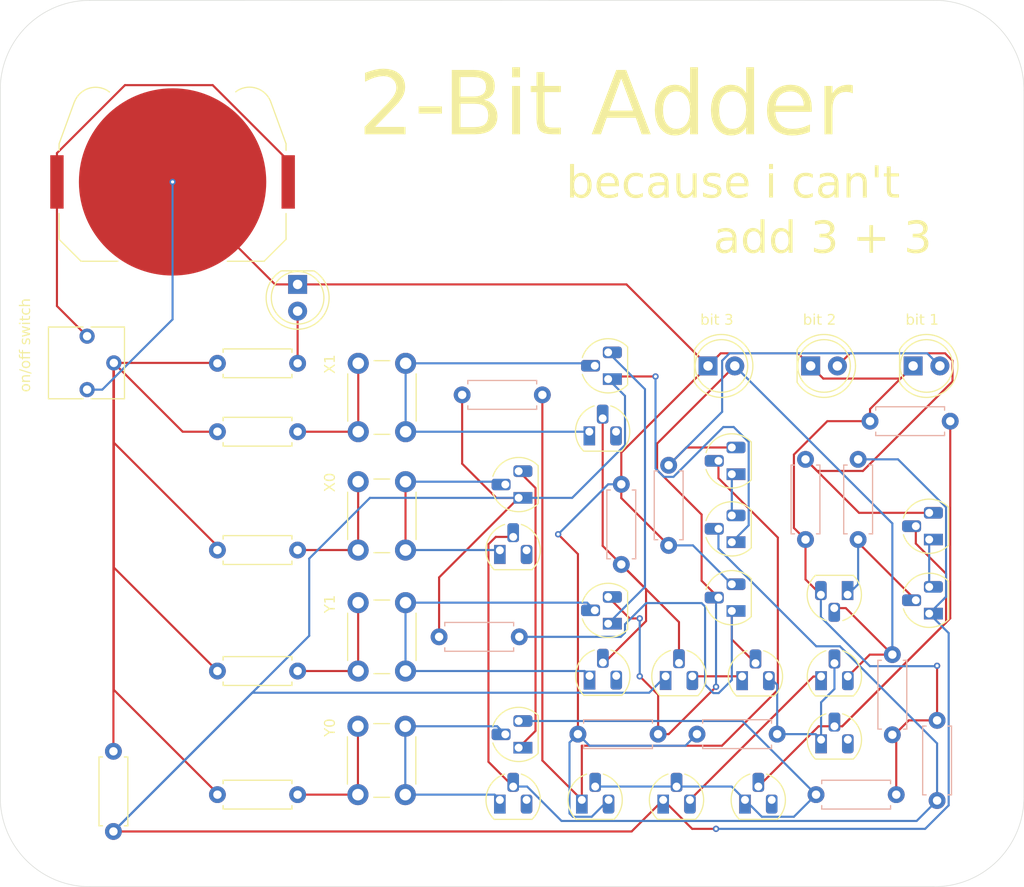
<source format=kicad_pcb>
(kicad_pcb (version 20241229) (generator "pcbnew") (generator_version "9.0")
  (layers (0 "F.Cu" signal) (2 "B.Cu" signal) (13 "F.Paste" user) (15 "B.Paste" user) (5 "F.SilkS" user "F.Silkscreen") (7 "B.SilkS" user "B.Silkscreen") (1 "F.Mask" user) (3 "B.Mask" user) (25 "Edge.Cuts" user))
  (net 0 "")
  (net 1 "Net-(BT1-+)")
  (net 2 "GND")
  (net 3 "Net-(D1-A)")
  (net 4 "VCC")
  (net 5 "AND5")
  (net 6 "AND6")
  (net 7 "AND1")
  (net 8 "AND1_A")
  (net 9 "Net-(Q1-E)")
  (net 10 "AND1_B")
  (net 11 "Net-(Q3-E)")
  (net 12 "AND2_A")
  (net 13 "AND2")
  (net 14 "AND2_B")
  (net 15 "Net-(Q5-E)")
  (net 16 "AND3_A")
  (net 17 "AND3")
  (net 18 "AND3_B")
  (net 19 "Net-(Q7-E)")
  (net 20 "AND5_A")
  (net 21 "Net-(Q10-C)")
  (net 22 "AND5_B")
  (net 23 "AND6_A")
  (net 24 "Net-(Q11-E)")
  (net 25 "AND6_B")
  (net 32 "Net-(R1-Pad2)")
  (net 33 "Net-(R1-Pad1)")
  (net 34 "Net-(R2-Pad2)")
  (net 35 "Net-(R3-Pad2)")
  (net 36 "Net-(R4-Pad2)")
  (footprint "Package_TO_SOT_THT:TO-92L_HandSolder" (layer "F.Cu") (at 107.73 146.21)
    (property "Reference" "Q17" (hide yes))
    (property "Value" "PNP")
    (pad "1" thru_hole rect (at 0 0) (size 1.1 1.8) (drill 0.75 (offset 0 0.4)) (layers "*.Cu" "*.Mask") (net 10 "AND1_B"))
    (pad "2" thru_hole roundrect (at 1.27 -1.27) (size 1.1 1.8) (drill 0.75 (offset 0 -0.4)) (layers "*.Cu" "*.Mask") (net 16 "AND3_A"))
    (pad "3" thru_hole roundrect (at 2.54 0) (size 1.1 1.8) (drill 0.75 (offset 0 0.4)) (layers "*.Cu" "*.Mask"))
  )
  (footprint "LED_THT:LED_D5.0mm" (layer "F.Cu") (at 138.475 116.75)
    (property "Reference" "D2" (hide yes))
    (property "Value" "LED")
    (pad "1" thru_hole rect (at 0 0) (size 1.8 1.8) (drill 0.9) (layers "*.Cu" "*.Mask") (net 2 "GND"))
    (pad "2" thru_hole circle (at 2.54 0) (size 1.8 1.8) (drill 0.9) (layers "*.Cu" "*.Mask") (net 5 "AND5"))
  )
  (footprint "Potentiometer_THT:Potentiometer_Vishay_T73YP_Vertical" (layer "F.Cu") (at 60 119)
    (property "Reference" "RV1" (hide yes))
    (property "Value" "R_Potentiometer")
    (pad "1" thru_hole circle (at 0 0) (size 1.44 1.44) (drill 0.8) (layers "*.Cu" "*.Mask") (net 2 "GND"))
    (pad "2" thru_hole circle (at 2.54 -2.54) (size 1.44 1.44) (drill 0.8) (layers "*.Cu" "*.Mask") (net 33 "Net-(R1-Pad1)"))
    (pad "3" thru_hole circle (at 0 -5.08) (size 1.44 1.44) (drill 0.8) (layers "*.Cu" "*.Mask") (net 1 "Net-(BT1-+)"))
  )
  (footprint "Resistor_THT:R_Axial_DIN0207_L6.3mm_D2.5mm_P7.62mm_Horizontal" (layer "F.Cu") (at 72.38 134.25)
    (property "Reference" "R2" (hide yes))
    (property "Value" "R")
    (pad "1" thru_hole circle (at 0 0) (size 1.6 1.6) (drill 0.8) (layers "*.Cu" "*.Mask") (net 33 "Net-(R1-Pad1)"))
    (pad "2" thru_hole circle (at 7.62 0) (size 1.6 1.6) (drill 0.8) (layers "*.Cu" "*.Mask") (net 34 "Net-(R2-Pad2)"))
  )
  (footprint "Resistor_THT:R_Axial_DIN0207_L6.3mm_D2.5mm_P7.62mm_Horizontal" (layer "F.Cu") (at 62.5 161 90)
    (property "Reference" "R18" (hide yes))
    (property "Value" "R")
    (pad "1" thru_hole circle (at 0 0 90) (size 1.6 1.6) (drill 0.8) (layers "*.Cu" "*.Mask") (net 4 "VCC"))
    (pad "2" thru_hole circle (at 7.62 0 90) (size 1.6 1.6) (drill 0.8) (layers "*.Cu" "*.Mask") (net 33 "Net-(R1-Pad1)"))
  )
  (footprint "LED_THT:LED_D5.0mm" (layer "F.Cu") (at 128.74 116.75)
    (property "Reference" "D3" (hide yes))
    (property "Value" "LED")
    (pad "1" thru_hole rect (at 0 0) (size 1.8 1.8) (drill 0.9) (layers "*.Cu" "*.Mask") (net 2 "GND"))
    (pad "2" thru_hole circle (at 2.54 0) (size 1.8 1.8) (drill 0.9) (layers "*.Cu" "*.Mask") (net 6 "AND6"))
  )
  (footprint "Package_TO_SOT_THT:TO-92L_HandSolder" (layer "F.Cu") (at 99.21 158)
    (property "Reference" "Q19" (hide yes))
    (property "Value" "PNP")
    (pad "1" thru_hole rect (at 0 0) (size 1.1 1.8) (drill 0.75 (offset 0 0.4)) (layers "*.Cu" "*.Mask") (net 14 "AND2_B"))
    (pad "2" thru_hole roundrect (at 1.27 -1.27) (size 1.1 1.8) (drill 0.75 (offset 0 -0.4)) (layers "*.Cu" "*.Mask") (net 20 "AND5_A"))
    (pad "3" thru_hole roundrect (at 2.54 0) (size 1.1 1.8) (drill 0.75 (offset 0 0.4)) (layers "*.Cu" "*.Mask"))
  )
  (footprint "Package_TO_SOT_THT:TO-92L_HandSolder" (layer "F.Cu") (at 132.25 138.5 180)
    (property "Reference" "Q15" (hide yes))
    (property "Value" "NPN")
    (pad "1" thru_hole rect (at 0 0 180) (size 1.1 1.8) (drill 0.75 (offset 0 0.4)) (layers "*.Cu" "*.Mask") (net 23 "AND6_A"))
    (pad "2" thru_hole roundrect (at 1.27 -1.27 180) (size 1.1 1.8) (drill 0.75 (offset 0 -0.4)) (layers "*.Cu" "*.Mask") (net 7 "AND1"))
    (pad "3" thru_hole roundrect (at 2.54 0 180) (size 1.1 1.8) (drill 0.75 (offset 0 0.4)) (layers "*.Cu" "*.Mask") (net 2 "GND"))
  )
  (footprint "Button_Switch_THT:SW_PUSH_6mm" (layer "F.Cu") (at 85.75 145.75 90)
    (property "Reference" "SW3" (hide yes))
    (property "Value" "SW_Push")
    (pad "1" thru_hole circle (at 0 0 180) (size 2 2) (drill 1.1) (layers "*.Cu" "*.Mask") (net 35 "Net-(R3-Pad2)"))
    (pad "1" thru_hole circle (at 6.5 0 180) (size 2 2) (drill 1.1) (layers "*.Cu" "*.Mask") (net 35 "Net-(R3-Pad2)"))
    (pad "2" thru_hole circle (at 0 4.5 180) (size 2 2) (drill 1.1) (layers "*.Cu" "*.Mask") (net 10 "AND1_B"))
    (pad "2" thru_hole circle (at 6.5 4.5 180) (size 2 2) (drill 1.1) (layers "*.Cu" "*.Mask") (net 10 "AND1_B"))
  )
  (footprint "Package_TO_SOT_THT:TO-92L_HandSolder" (layer "F.Cu") (at 121.25 127.04 90)
    (property "Reference" "Q10" (hide yes))
    (property "Value" "NPN")
    (pad "1" thru_hole rect (at 0 0 90) (size 1.1 1.8) (drill 0.75 (offset 0 0.4)) (layers "*.Cu" "*.Mask") (net 21 "Net-(Q10-C)"))
    (pad "2" thru_hole roundrect (at 1.27 -1.27 90) (size 1.1 1.8) (drill 0.75 (offset 0 -0.4)) (layers "*.Cu" "*.Mask") (net 22 "AND5_B"))
    (pad "3" thru_hole roundrect (at 2.54 0 90) (size 1.1 1.8) (drill 0.75 (offset 0 0.4)) (layers "*.Cu" "*.Mask") (net 5 "AND5"))
  )
  (footprint "Button_Switch_THT:SW_PUSH_6mm" (layer "F.Cu") (at 85.75 134.25 90)
    (property "Reference" "SW2" (hide yes))
    (property "Value" "SW_Push")
    (pad "1" thru_hole circle (at 0 0 180) (size 2 2) (drill 1.1) (layers "*.Cu" "*.Mask") (net 34 "Net-(R2-Pad2)"))
    (pad "1" thru_hole circle (at 6.5 0 180) (size 2 2) (drill 1.1) (layers "*.Cu" "*.Mask") (net 34 "Net-(R2-Pad2)"))
    (pad "2" thru_hole circle (at 0 4.5 180) (size 2 2) (drill 1.1) (layers "*.Cu" "*.Mask") (net 12 "AND2_A"))
    (pad "2" thru_hole circle (at 6.5 4.5 180) (size 2 2) (drill 1.1) (layers "*.Cu" "*.Mask") (net 12 "AND2_A"))
  )
  (footprint "Button_Switch_THT:SW_PUSH_6mm" (layer "F.Cu") (at 85.76 123 90)
    (property "Reference" "SW1" (hide yes))
    (property "Value" "SW_Push")
    (pad "1" thru_hole circle (at 0 0 180) (size 2 2) (drill 1.1) (layers "*.Cu" "*.Mask") (net 32 "Net-(R1-Pad2)"))
    (pad "1" thru_hole circle (at 6.5 0 180) (size 2 2) (drill 1.1) (layers "*.Cu" "*.Mask") (net 32 "Net-(R1-Pad2)"))
    (pad "2" thru_hole circle (at 0 4.5 180) (size 2 2) (drill 1.1) (layers "*.Cu" "*.Mask") (net 8 "AND1_A"))
    (pad "2" thru_hole circle (at 6.5 4.5 180) (size 2 2) (drill 1.1) (layers "*.Cu" "*.Mask") (net 8 "AND1_A"))
  )
  (footprint "Resistor_THT:R_Axial_DIN0207_L6.3mm_D2.5mm_P7.62mm_Horizontal" (layer "F.Cu") (at 72.38 157.5)
    (property "Reference" "R4" (hide yes))
    (property "Value" "R")
    (pad "1" thru_hole circle (at 0 0) (size 1.6 1.6) (drill 0.8) (layers "*.Cu" "*.Mask") (net 33 "Net-(R1-Pad1)"))
    (pad "2" thru_hole circle (at 7.62 0) (size 1.6 1.6) (drill 0.8) (layers "*.Cu" "*.Mask") (net 36 "Net-(R4-Pad2)"))
  )
  (footprint "Package_TO_SOT_THT:TO-92L_HandSolder" (layer "F.Cu") (at 140 133.25 90)
    (property "Reference" "Q12" (hide yes))
    (property "Value" "NPN")
    (pad "1" thru_hole rect (at 0 0 90) (size 1.1 1.8) (drill 0.75 (offset 0 0.4)) (layers "*.Cu" "*.Mask") (net 24 "Net-(Q11-E)"))
    (pad "2" thru_hole roundrect (at 1.27 -1.27 90) (size 1.1 1.8) (drill 0.75 (offset 0 -0.4)) (layers "*.Cu" "*.Mask") (net 25 "AND6_B"))
    (pad "3" thru_hole roundrect (at 2.54 0 90) (size 1.1 1.8) (drill 0.75 (offset 0 0.4)) (layers "*.Cu" "*.Mask") (net 6 "AND6"))
  )
  (footprint "Package_TO_SOT_THT:TO-92L_HandSolder" (layer "F.Cu") (at 140 140.29 90)
    (property "Reference" "Q11" (hide yes))
    (property "Value" "NPN")
    (pad "1" thru_hole rect (at 0 0 90) (size 1.1 1.8) (drill 0.75 (offset 0 0.4)) (layers "*.Cu" "*.Mask") (net 4 "VCC"))
    (pad "2" thru_hole roundrect (at 1.27 -1.27 90) (size 1.1 1.8) (drill 0.75 (offset 0 -0.4)) (layers "*.Cu" "*.Mask") (net 23 "AND6_A"))
    (pad "3" thru_hole roundrect (at 2.54 0 90) (size 1.1 1.8) (drill 0.75 (offset 0 0.4)) (layers "*.Cu" "*.Mask") (net 24 "Net-(Q11-E)"))
  )
  (footprint "Resistor_THT:R_Axial_DIN0207_L6.3mm_D2.5mm_P7.62mm_Horizontal" (layer "F.Cu") (at 80 116.5 180)
    (property "Reference" "R17" (hide yes))
    (property "Value" "R")
    (pad "1" thru_hole circle (at 0 0 180) (size 1.6 1.6) (drill 0.8) (layers "*.Cu" "*.Mask") (net 3 "Net-(D1-A)"))
    (pad "2" thru_hole circle (at 7.62 0 180) (size 1.6 1.6) (drill 0.8) (layers "*.Cu" "*.Mask") (net 33 "Net-(R1-Pad1)"))
  )
  (footprint "Resistor_THT:R_Axial_DIN0207_L6.3mm_D2.5mm_P7.62mm_Horizontal" (layer "F.Cu") (at 72.38 123)
    (property "Reference" "R1" (hide yes))
    (property "Value" "R")
    (pad "1" thru_hole circle (at 0 0) (size 1.6 1.6) (drill 0.8) (layers "*.Cu" "*.Mask") (net 33 "Net-(R1-Pad1)"))
    (pad "2" thru_hole circle (at 7.62 0) (size 1.6 1.6) (drill 0.8) (layers "*.Cu" "*.Mask") (net 32 "Net-(R1-Pad2)"))
  )
  (footprint "Package_TO_SOT_THT:TO-92L_HandSolder" (layer "F.Cu") (at 101 129.29 90)
    (property "Reference" "Q3" (hide yes))
    (property "Value" "NPN")
    (pad "1" thru_hole rect (at 0 0 90) (size 1.1 1.8) (drill 0.75 (offset 0 0.4)) (layers "*.Cu" "*.Mask") (net 4 "VCC"))
    (pad "2" thru_hole roundrect (at 1.27 -1.27 90) (size 1.1 1.8) (drill 0.75 (offset 0 -0.4)) (layers "*.Cu" "*.Mask") (net 12 "AND2_A"))
    (pad "3" thru_hole roundrect (at 2.54 0 90) (size 1.1 1.8) (drill 0.75 (offset 0 0.4)) (layers "*.Cu" "*.Mask") (net 11 "Net-(Q3-E)"))
  )
  (footprint "Package_TO_SOT_THT:TO-92L_HandSolder" (layer "F.Cu") (at 109.5 118 90)
    (property "Reference" "Q1" (hide yes))
    (property "Value" "NPN")
    (pad "1" thru_hole rect (at 0 0 90) (size 1.1 1.8) (drill 0.75 (offset 0 0.4)) (layers "*.Cu" "*.Mask") (net 4 "VCC"))
    (pad "2" thru_hole roundrect (at 1.27 -1.27 90) (size 1.1 1.8) (drill 0.75 (offset 0 -0.4)) (layers "*.Cu" "*.Mask") (net 8 "AND1_A"))
    (pad "3" thru_hole roundrect (at 2.54 0 90) (size 1.1 1.8) (drill 0.75 (offset 0 0.4)) (layers "*.Cu" "*.Mask") (net 9 "Net-(Q1-E)"))
  )
  (footprint "Package_TO_SOT_THT:TO-92L_HandSolder" (layer "F.Cu") (at 114.96 146.25)
    (property "Reference" "Q5" (hide yes))
    (property "Value" "NPN")
    (pad "1" thru_hole rect (at 0 0) (size 1.1 1.8) (drill 0.75 (offset 0 0.4)) (layers "*.Cu" "*.Mask") (net 4 "VCC"))
    (pad "2" thru_hole roundrect (at 1.27 -1.27) (size 1.1 1.8) (drill 0.75 (offset 0 -0.4)) (layers "*.Cu" "*.Mask") (net 16 "AND3_A"))
    (pad "3" thru_hole roundrect (at 2.54 0) (size 1.1 1.8) (drill 0.75 (offset 0 0.4)) (layers "*.Cu" "*.Mask") (net 15 "Net-(Q5-E)"))
  )
  (footprint "Package_TO_SOT_THT:TO-92L_HandSolder" (layer "F.Cu") (at 109.5 141.25 90)
    (property "Reference" "Q2" (hide yes))
    (property "Value" "NPN")
    (pad "1" thru_hole rect (at 0 0 90) (size 1.1 1.8) (drill 0.75 (offset 0 0.4)) (layers "*.Cu" "*.Mask") (net 9 "Net-(Q1-E)"))
    (pad "2" thru_hole roundrect (at 1.27 -1.27 90) (size 1.1 1.8) (drill 0.75 (offset 0 -0.4)) (layers "*.Cu" "*.Mask") (net 10 "AND1_B"))
    (pad "3" thru_hole roundrect (at 2.54 0 90) (size 1.1 1.8) (drill 0.75 (offset 0 0.4)) (layers "*.Cu" "*.Mask") (net 7 "AND1"))
  )
  (footprint "Package_TO_SOT_THT:TO-92L_HandSolder" (layer "F.Cu") (at 121.25 133.5 90)
    (property "Reference" "Q9" (hide yes))
    (property "Value" "NPN")
    (pad "1" thru_hole rect (at 0 0 90) (size 1.1 1.8) (drill 0.75 (offset 0 0.4)) (layers "*.Cu" "*.Mask") (net 4 "VCC"))
    (pad "2" thru_hole roundrect (at 1.27 -1.27 90) (size 1.1 1.8) (drill 0.75 (offset 0 -0.4)) (layers "*.Cu" "*.Mask") (net 20 "AND5_A"))
    (pad "3" thru_hole roundrect (at 2.54 0 90) (size 1.1 1.8) (drill 0.75 (offset 0 0.4)) (layers "*.Cu" "*.Mask") (net 21 "Net-(Q10-C)"))
  )
  (footprint "LED_THT:LED_D5.0mm" (layer "F.Cu") (at 80 109 -90)
    (property "Reference" "D1" (hide yes))
    (property "Value" "LED")
    (pad "1" thru_hole rect (at 0 0 270) (size 1.8 1.8) (drill 0.9) (layers "*.Cu" "*.Mask") (net 2 "GND"))
    (pad "2" thru_hole circle (at 2.54 0 270) (size 1.8 1.8) (drill 0.9) (layers "*.Cu" "*.Mask") (net 3 "Net-(D1-A)"))
  )
  (footprint "Package_TO_SOT_THT:TO-92L_HandSolder" (layer "F.Cu") (at 107 158)
    (property "Reference" "Q14" (hide yes))
    (property "Value" "NPN")
    (pad "1" thru_hole rect (at 0 0) (size 1.1 1.8) (drill 0.75 (offset 0 0.4)) (layers "*.Cu" "*.Mask") (net 22 "AND5_B"))
    (pad "2" thru_hole roundrect (at 1.27 -1.27) (size 1.1 1.8) (drill 0.75 (offset 0 -0.4)) (layers "*.Cu" "*.Mask") (net 13 "AND2"))
    (pad "3" thru_hole roundrect (at 2.54 0) (size 1.1 1.8) (drill 0.75 (offset 0 0.4)) (layers "*.Cu" "*.Mask") (net 2 "GND"))
  )
  (footprint "Package_TO_SOT_THT:TO-92L_HandSolder" (layer "F.Cu") (at 122.5 158)
    (property "Reference" "Q20" (hide yes))
    (property "Value" "PNP")
    (pad "1" thru_hole rect (at 0 0) (size 1.1 1.8) (drill 0.75 (offset 0 0.4)) (layers "*.Cu" "*.Mask") (net 13 "AND2"))
    (pad "2" thru_hole roundrect (at 1.27 -1.27) (size 1.1 1.8) (drill 0.75 (offset 0 -0.4)) (layers "*.Cu" "*.Mask") (net 25 "AND6_B"))
    (pad "3" thru_hole roundrect (at 2.54 0) (size 1.1 1.8) (drill 0.75 (offset 0 0.4)) (layers "*.Cu" "*.Mask"))
  )
  (footprint "Package_TO_SOT_THT:TO-92L_HandSolder" (layer "F.Cu") (at 99.21 134.27)
    (property "Reference" "Q18" (hide yes))
    (property "Value" "PNP")
    (pad "1" thru_hole rect (at 0 0) (size 1.1 1.8) (drill 0.75 (offset 0 0.4)) (layers "*.Cu" "*.Mask") (net 12 "AND2_A"))
    (pad "2" thru_hole roundrect (at 1.27 -1.27) (size 1.1 1.8) (drill 0.75 (offset 0 -0.4)) (layers "*.Cu" "*.Mask") (net 20 "AND5_A"))
    (pad "3" thru_hole roundrect (at 2.54 0) (size 1.1 1.8) (drill 0.75 (offset 0 0.4)) (layers "*.Cu" "*.Mask"))
  )
  (footprint "Package_TO_SOT_THT:TO-92L_HandSolder" (layer "F.Cu") (at 101 153.04 90)
    (property "Reference" "Q4" (hide yes))
    (property "Value" "NPN")
    (pad "1" thru_hole rect (at 0 0 90) (size 1.1 1.8) (drill 0.75 (offset 0 0.4)) (layers "*.Cu" "*.Mask") (net 11 "Net-(Q3-E)"))
    (pad "2" thru_hole roundrect (at 1.27 -1.27 90) (size 1.1 1.8) (drill 0.75 (offset 0 -0.4)) (layers "*.Cu" "*.Mask") (net 14 "AND2_B"))
    (pad "3" thru_hole roundrect (at 2.54 0 90) (size 1.1 1.8) (drill 0.75 (offset 0 0.4)) (layers "*.Cu" "*.Mask") (net 13 "AND2"))
  )
  (footprint "LED_THT:LED_D5.0mm" (layer "F.Cu") (at 118.99 116.75)
    (property "Reference" "D4" (hide yes))
    (property "Value" "LED")
    (pad "1" thru_hole rect (at 0 0) (size 1.8 1.8) (drill 0.9) (layers "*.Cu" "*.Mask") (net 2 "GND"))
    (pad "2" thru_hole circle (at 2.54 0) (size 1.8 1.8) (drill 0.9) (layers "*.Cu" "*.Mask") (net 7 "AND1"))
  )
  (footprint "Package_TO_SOT_THT:TO-92L_HandSolder" (layer "F.Cu") (at 122.23 146.27)
    (property "Reference" "Q6" (hide yes))
    (property "Value" "NPN")
    (pad "1" thru_hole rect (at 0 0) (size 1.1 1.8) (drill 0.75 (offset 0 0.4)) (layers "*.Cu" "*.Mask") (net 15 "Net-(Q5-E)"))
    (pad "2" thru_hole roundrect (at 1.27 -1.27) (size 1.1 1.8) (drill 0.75 (offset 0 -0.4)) (layers "*.Cu" "*.Mask") (net 18 "AND3_B"))
    (pad "3" thru_hole roundrect (at 2.54 0) (size 1.1 1.8) (drill 0.75 (offset 0 0.4)) (layers "*.Cu" "*.Mask") (net 17 "AND3"))
  )
  (footprint "Battery:BatteryHolder_Keystone_3034_1x20mm" (layer "F.Cu") (at 68.12 99.258075 180)
    (property "Reference" "BT1" (hide yes))
    (property "Value" "Battery_Cell")
    (pad "1" smd rect (at -10.985 0 180) (size 1.27 5.08) (layers "F.Cu" "F.Mask" "F.Paste") (net 1 "Net-(BT1-+)"))
    (pad "1" smd rect (at 10.985 0 180) (size 1.27 5.08) (layers "F.Cu" "F.Mask" "F.Paste") (net 1 "Net-(BT1-+)"))
    (pad "2" smd circle (at 0 0 180) (size 17.8 17.8) (layers "F.Cu" "F.Mask") (net 2 "GND"))
  )
  (footprint "Package_TO_SOT_THT:TO-92L_HandSolder" (layer "F.Cu") (at 129.73 146.27)
    (property "Reference" "Q8" (hide yes))
    (property "Value" "NPN" (hide yes))
    (pad "1" thru_hole rect (at 0 0) (size 1.1 1.8) (drill 0.75 (offset 0 0.4)) (layers "*.Cu" "*.Mask") (net 19 "Net-(Q7-E)"))
    (pad "2" thru_hole roundrect (at 1.27 -1.27) (size 1.1 1.8) (drill 0.75 (offset 0 -0.4)) (layers "*.Cu" "*.Mask") (net 17 "AND3"))
    (pad "3" thru_hole roundrect (at 2.54 0) (size 1.1 1.8) (drill 0.75 (offset 0 0.4)) (layers "*.Cu" "*.Mask") (net 7 "AND1"))
  )
  (footprint "Resistor_THT:R_Axial_DIN0207_L6.3mm_D2.5mm_P7.62mm_Horizontal" (layer "F.Cu") (at 72.38 145.75)
    (property "Reference" "R3" (hide yes))
    (property "Value" "R")
    (pad "1" thru_hole circle (at 0 0) (size 1.6 1.6) (drill 0.8) (layers "*.Cu" "*.Mask") (net 33 "Net-(R1-Pad1)"))
    (pad "2" thru_hole circle (at 7.62 0) (size 1.6 1.6) (drill 0.8) (layers "*.Cu" "*.Mask") (net 35 "Net-(R3-Pad2)"))
  )
  (footprint "Button_Switch_THT:SW_PUSH_6mm" (layer "F.Cu") (at 85.73 157.5 90)
    (property "Reference" "SW4" (hide yes))
    (property "Value" "SW_Push")
    (pad "1" thru_hole circle (at 0 0 180) (size 2 2) (drill 1.1) (layers "*.Cu" "*.Mask") (net 36 "Net-(R4-Pad2)"))
    (pad "1" thru_hole circle (at 6.5 0 180) (size 2 2) (drill 1.1) (layers "*.Cu" "*.Mask") (net 36 "Net-(R4-Pad2)"))
    (pad "2" thru_hole circle (at 0 4.5 180) (size 2 2) (drill 1.1) (layers "*.Cu" "*.Mask") (net 14 "AND2_B"))
    (pad "2" thru_hole circle (at 6.5 4.5 180) (size 2 2) (drill 1.1) (layers "*.Cu" "*.Mask") (net 14 "AND2_B"))
  )
  (footprint "Package_TO_SOT_THT:TO-92L_HandSolder" (layer "F.Cu") (at 121.25 140.04 90)
    (property "Reference" "Q13" (hide yes))
    (property "Value" "NPN")
    (pad "1" thru_hole rect (at 0 0 90) (size 1.1 1.8) (drill 0.75 (offset 0 0.4)) (layers "*.Cu" "*.Mask") (net 18 "AND3_B"))
    (pad "2" thru_hole roundrect (at 1.27 -1.27 90) (size 1.1 1.8) (drill 0.75 (offset 0 -0.4)) (layers "*.Cu" "*.Mask") (net 7 "AND1"))
    (pad "3" thru_hole roundrect (at 2.54 0 90) (size 1.1 1.8) (drill 0.75 (offset 0 0.4)) (layers "*.Cu" "*.Mask") (net 2 "GND"))
  )
  (footprint "Package_TO_SOT_THT:TO-92L_HandSolder" (layer "F.Cu") (at 114.73 158)
    (property "Reference" "Q7" (hide yes))
    (property "Value" "NPN")
    (pad "1" thru_hole rect (at 0 0) (size 1.1 1.8) (drill 0.75 (offset 0 0.4)) (layers "*.Cu" "*.Mask") (net 4 "VCC"))
    (pad "2" thru_hole roundrect (at 1.27 -1.27) (size 1.1 1.8) (drill 0.75 (offset 0 -0.4)) (layers "*.Cu" "*.Mask") (net 13 "AND2"))
    (pad "3" thru_hole roundrect (at 2.54 0) (size 1.1 1.8) (drill 0.75 (offset 0 0.4)) (layers "*.Cu" "*.Mask") (net 19 "Net-(Q7-E)"))
  )
  (footprint "Package_TO_SOT_THT:TO-92L_HandSolder" (layer "F.Cu") (at 129.73 152.27)
    (property "Reference" "Q21" (hide yes))
    (property "Value" "PNP")
    (pad "1" thru_hole rect (at 0 0) (size 1.1 1.8) (drill 0.75 (offset 0 0.4)) (layers "*.Cu" "*.Mask") (net 17 "AND3"))
    (pad "2" thru_hole roundrect (at 1.27 -1.27) (size 1.1 1.8) (drill 0.75 (offset 0 -0.4)) (layers "*.Cu" "*.Mask") (net 25 "AND6_B"))
    (pad "3" thru_hole roundrect (at 2.54 0) (size 1.1 1.8) (drill 0.75 (offset 0 0.4)) (layers "*.Cu" "*.Mask"))
  )
  (footprint "Package_TO_SOT_THT:TO-92L_HandSolder" (layer "F.Cu") (at 107.71 123)
    (property "Reference" "Q16" (hide yes))
    (property "Value" "PNP")
    (pad "1" thru_hole rect (at 0 0) (size 1.1 1.8) (drill 0.75 (offset 0 0.4)) (layers "*.Cu" "*.Mask") (net 8 "AND1_A"))
    (pad "2" thru_hole roundrect (at 1.27 -1.27) (size 1.1 1.8) (drill 0.75 (offset 0 -0.4)) (layers "*.Cu" "*.Mask") (net 16 "AND3_A"))
    (pad "3" thru_hole roundrect (at 2.54 0) (size 1.1 1.8) (drill 0.75 (offset 0 0.4)) (layers "*.Cu" "*.Mask"))
  )
  (footprint "Resistor_THT:R_Axial_DIN0207_L6.3mm_D2.5mm_P7.62mm_Horizontal" (layer "B.Cu") (at 125.56 151.75 180)
    (property "Reference" "R7" (hide yes))
    (property "Value" "R")
    (pad "1" thru_hole circle (at 0 0 180) (size 1.6 1.6) (drill 0.8) (layers "*.Cu" "*.Mask") (net 17 "AND3"))
    (pad "2" thru_hole circle (at 7.62 0 180) (size 1.6 1.6) (drill 0.8) (layers "*.Cu" "*.Mask") (net 2 "GND"))
  )
  (footprint "Resistor_THT:R_Axial_DIN0207_L6.3mm_D2.5mm_P7.62mm_Horizontal" (layer "B.Cu") (at 129.25 157.5)
    (property "Reference" "R6" (hide yes))
    (property "Value" "R")
    (pad "1" thru_hole circle (at 0 0) (size 1.6 1.6) (drill 0.8) (layers "*.Cu" "*.Mask") (net 13 "AND2"))
    (pad "2" thru_hole circle (at 7.62 0) (size 1.6 1.6) (drill 0.8) (layers "*.Cu" "*.Mask") (net 2 "GND"))
  )
  (footprint "Resistor_THT:R_Axial_DIN0207_L6.3mm_D2.5mm_P7.62mm_Horizontal" (layer "B.Cu") (at 133.25 125.63 -90)
    (property "Reference" "R16" (hide yes))
    (property "Value" "R")
    (pad "1" thru_hole circle (at 0 0 270) (size 1.6 1.6) (drill 0.8) (layers "*.Cu" "*.Mask") (net 4 "VCC"))
    (pad "2" thru_hole circle (at 7.62 0 270) (size 1.6 1.6) (drill 0.8) (layers "*.Cu" "*.Mask") (net 23 "AND6_A"))
  )
  (footprint "Resistor_THT:R_Axial_DIN0207_L6.3mm_D2.5mm_P7.62mm_Horizontal" (layer "B.Cu") (at 115.25 126.19 -90)
    (property "Reference" "R9" (hide yes))
    (property "Value" "R")
    (pad "1" thru_hole circle (at 0 0 270) (size 1.6 1.6) (drill 0.8) (layers "*.Cu" "*.Mask") (net 5 "AND5"))
    (pad "2" thru_hole circle (at 7.62 0 270) (size 1.6 1.6) (drill 0.8) (layers "*.Cu" "*.Mask") (net 2 "GND"))
  )
  (footprint "Resistor_THT:R_Axial_DIN0207_L6.3mm_D2.5mm_P7.62mm_Horizontal" (layer "B.Cu") (at 140.75 158.06 90)
    (property "Reference" "R12" (hide yes))
    (property "Value" "R")
    (pad "1" thru_hole circle (at 0 0 90) (size 1.6 1.6) (drill 0.8) (layers "*.Cu" "*.Mask") (net 20 "AND5_A"))
    (pad "2" thru_hole circle (at 7.62 0 90) (size 1.6 1.6) (drill 0.8) (layers "*.Cu" "*.Mask") (net 2 "GND"))
  )
  (footprint "Resistor_THT:R_Axial_DIN0207_L6.3mm_D2.5mm_P7.62mm_Horizontal" (layer "B.Cu") (at 128.25 125.63 -90)
    (property "Reference" "R10" (hide yes))
    (property "Value" "R")
    (pad "1" thru_hole circle (at 0 0 270) (size 1.6 1.6) (drill 0.8) (layers "*.Cu" "*.Mask") (net 6 "AND6"))
    (pad "2" thru_hole circle (at 7.62 0 270) (size 1.6 1.6) (drill 0.8) (layers "*.Cu" "*.Mask") (net 2 "GND"))
  )
  (footprint "Resistor_THT:R_Axial_DIN0207_L6.3mm_D2.5mm_P7.62mm_Horizontal" (layer "B.Cu") (at 110.75 135.62 90)
    (property "Reference" "R11" (hide yes))
    (property "Value" "R")
    (pad "1" thru_hole circle (at 0 0 90) (size 1.6 1.6) (drill 0.8) (layers "*.Cu" "*.Mask") (net 16 "AND3_A"))
    (pad "2" thru_hole circle (at 7.62 0 90) (size 1.6 1.6) (drill 0.8) (layers "*.Cu" "*.Mask") (net 2 "GND"))
  )
  (footprint "Resistor_THT:R_Axial_DIN0207_L6.3mm_D2.5mm_P7.62mm_Horizontal" (layer "B.Cu") (at 95.63 119.5)
    (property "Reference" "R15" (hide yes))
    (property "Value" "R")
    (pad "1" thru_hole circle (at 0 0) (size 1.6 1.6) (drill 0.8) (layers "*.Cu" "*.Mask") (net 4 "VCC"))
    (pad "2" thru_hole circle (at 7.62 0) (size 1.6 1.6) (drill 0.8) (layers "*.Cu" "*.Mask") (net 22 "AND5_B"))
  )
  (footprint "Resistor_THT:R_Axial_DIN0207_L6.3mm_D2.5mm_P7.62mm_Horizontal" (layer "B.Cu") (at 114.25 151.75 180)
    (property "Reference" "R5" (hide yes))
    (property "Value" "R")
    (pad "1" thru_hole circle (at 0 0 180) (size 1.6 1.6) (drill 0.8) (layers "*.Cu" "*.Mask") (net 7 "AND1"))
    (pad "2" thru_hole circle (at 7.62 0 180) (size 1.6 1.6) (drill 0.8) (layers "*.Cu" "*.Mask") (net 2 "GND"))
  )
  (footprint "Resistor_THT:R_Axial_DIN0207_L6.3mm_D2.5mm_P7.62mm_Horizontal" (layer "B.Cu") (at 142 122 180)
    (property "Reference" "R13" (hide yes))
    (property "Value" "R")
    (pad "1" thru_hole circle (at 0 0 180) (size 1.6 1.6) (drill 0.8) (layers "*.Cu" "*.Mask") (net 25 "AND6_B"))
    (pad "2" thru_hole circle (at 7.62 0 180) (size 1.6 1.6) (drill 0.8) (layers "*.Cu" "*.Mask") (net 2 "GND"))
  )
  (footprint "Resistor_THT:R_Axial_DIN0207_L6.3mm_D2.5mm_P7.62mm_Horizontal" (layer "B.Cu") (at 136.5 144.19 -90)
    (property "Reference" "R8" (hide yes))
    (property "Value" "R")
    (pad "1" thru_hole circle (at 0 0 270) (size 1.6 1.6) (drill 0.8) (layers "*.Cu" "*.Mask") (net 7 "AND1"))
    (pad "2" thru_hole circle (at 7.62 0 270) (size 1.6 1.6) (drill 0.8) (layers "*.Cu" "*.Mask") (net 2 "GND"))
  )
  (footprint "Resistor_THT:R_Axial_DIN0207_L6.3mm_D2.5mm_P7.62mm_Horizontal" (layer "B.Cu") (at 93.44 142.5)
    (property "Reference" "R14" (hide yes))
    (property "Value" "R")
    (pad "1" thru_hole circle (at 0 0) (size 1.6 1.6) (drill 0.8) (layers "*.Cu" "*.Mask") (net 4 "VCC"))
    (pad "2" thru_hole circle (at 7.62 0) (size 1.6 1.6) (drill 0.8) (layers "*.Cu" "*.Mask") (net 18 "AND3_B"))
  )
  (gr_arc (start 51.75 90.5) (mid 54.239592 84.489592) (end 60.25 82) (stroke (width 0.05)) (layer "Edge.Cuts"))
  (gr_line (start 148.998832 157.75) (end 149 90.511817) (stroke (width 0.05)) (layer "Edge.Cuts"))
  (gr_arc (start 140.489592 81.989584) (mid 146.511544 84.486404) (end 149 90.511817) (stroke (width 0.05)) (layer "Edge.Cuts"))
  (gr_arc (start 149 157.75) (mid 146.510408 163.760408) (end 140.5 166.25) (stroke (width 0.05)) (layer "Edge.Cuts"))
  (gr_line (start 140.489592 81.989593) (end 60.25 82) (stroke (width 0.05)) (layer "Edge.Cuts"))
  (gr_line (start 51.75 90.5) (end 51.75 157.75) (stroke (width 0.05)) (layer "Edge.Cuts"))
  (gr_arc (start 60.25 166.25) (mid 54.239592 163.760408) (end 51.75 157.75) (stroke (width 0.05)) (layer "Edge.Cuts"))
  (gr_line (start 60.25 166.25) (end 140.5 166.25) (stroke (width 0.05)) (layer "Edge.Cuts"))
  (gr_text "because i can't" (at 105.5 101.25 0) (layer "F.SilkS") (effects (font (size 3 3) (thickness 0.1)) (justify left bottom)))
  (gr_text "bit 3" (at 118.25 113 0) (layer "F.SilkS") (effects (font (size 1 1) (thickness 0.1)) (justify left bottom)))
  (gr_text "Y0" (at 83.7 152 90) (layer "F.SilkS") (effects (font (size 1 1) (thickness 0.1)) (justify left bottom)))
  (gr_text "bit 2" (at 128 113 0) (layer "F.SilkS") (effects (font (size 1 1) (thickness 0.1)) (justify left bottom)))
  (gr_text "add 3 + 3" (at 119.5 106.5 0) (layer "F.SilkS") (effects (font (size 3 3) (thickness 0.1)) (justify left bottom)))
  (gr_text "X1" (at 83.7 117.5 90) (layer "F.SilkS") (effects (font (size 1 1) (thickness 0.1)) (justify left bottom)))
  (gr_text "X0" (at 83.7 128.75 90) (layer "F.SilkS") (effects (font (size 1 1) (thickness 0.1)) (justify left bottom)))
  (gr_text "on/off switch" (at 54.75 119.25 90) (layer "F.SilkS") (effects (font (size 1 1) (thickness 0.1)) (justify left bottom)))
  (gr_text "Y1" (at 83.7 140.25 90) (layer "F.SilkS") (effects (font (size 1 1) (thickness 0.1)) (justify left bottom)))
  (gr_text "2-Bit Adder" (at 85.75 95.75 0) (layer "F.SilkS") (effects (font (size 6 6) (thickness 0.1)) (justify left bottom)))
  (gr_text "bit 1" (at 137.75 113 0) (layer "F.SilkS") (effects (font (size 1 1) (thickness 0.1)) (justify left bottom)))
  (segment (start 57.135 99.258075) (end 57.135 111.055) (width 0.2) (layer "F.Cu") (net 1))
  (segment (start 79.105 97.230896) (end 71.931179 90.057075) (width 0.2) (layer "F.Cu") (net 1))
  (segment (start 57.135 111.055) (end 60 113.92) (width 0.2) (layer "F.Cu") (net 1))
  (segment (start 71.931179 90.057075) (end 63.596 90.057075) (width 0.2) (layer "F.Cu") (net 1))
  (segment (start 79.105 99.258075) (end 79.105 97.230896) (width 0.2) (layer "F.Cu") (net 1))
  (segment (start 63.596 90.057075) (end 57.135 96.518075) (width 0.2) (layer "F.Cu") (net 1))
  (segment (start 57.135 96.518075) (end 57.135 99.258075) (width 0.2) (layer "F.Cu") (net 1))
  (segment (start 127.149 125.17395) (end 130.32295 122) (width 0.2) (layer "F.Cu") (net 2))
  (segment (start 104.75 132.75) (end 106.63 134.63) (width 0.2) (layer "F.Cu") (net 2))
  (segment (start 136.5 151.81) (end 136.69 151.81) (width 0.2) (layer "F.Cu") (net 2))
  (segment (start 129.71 138.5) (end 128.25 137.04) (width 0.2) (layer "F.Cu") (net 2))
  (segment (start 106.63 134.63) (end 106.63 151.75) (width 0.2) (layer "F.Cu") (net 2))
  (segment (start 134.38 122) (end 134.38 120.845) (width 0.2) (layer "F.Cu") (net 2))
  (segment (start 138.475 116.75) (end 137.274 117.951) (width 0.2) (layer "F.Cu") (net 2))
  (segment (start 110.75 129.31) (end 115.25 133.81) (width 0.2) (layer "F.Cu") (net 2))
  (segment (start 136.87 152.18) (end 136.5 151.81) (width 0.2) (layer "F.Cu") (net 2))
  (segment (start 140.75 150.44) (end 140.75 145.25) (width 0.2) (layer "F.Cu") (net 2))
  (segment (start 120.191 115.549) (end 118.99 116.75) (width 0.2) (layer "F.Cu") (net 2))
  (segment (start 80 109) (end 77.861925 109) (width 0.2) (layer "F.Cu") (net 2))
  (segment (start 111.24 109) (end 80 109) (width 0.2) (layer "F.Cu") (net 2))
  (segment (start 134.38 120.845) (end 138.475 116.75) (width 0.2) (layer "F.Cu") (net 2))
  (segment (start 128.25 137.04) (end 128.25 133.25) (width 0.2) (layer "F.Cu") (net 2))
  (segment (start 118.99 116.75) (end 111.24 109) (width 0.2) (layer "F.Cu") (net 2))
  (segment (start 136.69 151.81) (end 138.06 150.44) (width 0.2) (layer "F.Cu") (net 2))
  (segment (start 137.274 117.951) (end 129.941 117.951) (width 0.2) (layer "F.Cu") (net 2))
  (segment (start 110.75 124.99) (end 110.75 128) (width 0.2) (layer "F.Cu") (net 2))
  (segment (start 130.32295 122) (end 134.38 122) (width 0.2) (layer "F.Cu") (net 2))
  (segment (start 110.75 128) (end 110.75 129.31) (width 0.2) (layer "F.Cu") (net 2))
  (segment (start 127.149 132.149) (end 127.149 125.17395) (width 0.2) (layer "F.Cu") (net 2))
  (segment (start 127.539 115.549) (end 120.191 115.549) (width 0.2) (layer "F.Cu") (net 2))
  (segment (start 77.861925 109) (end 68.12 99.258075) (width 0.2) (layer "F.Cu") (net 2))
  (segment (start 118.99 116.75) (end 110.75 124.99) (width 0.2) (layer "F.Cu") (net 2))
  (segment (start 128.25 133.25) (end 127.149 132.149) (width 0.2) (layer "F.Cu") (net 2))
  (segment (start 128.74 116.75) (end 127.539 115.549) (width 0.2) (layer "F.Cu") (net 2))
  (segment (start 136.87 157.5) (end 136.87 152.18) (width 0.2) (layer "F.Cu") (net 2))
  (segment (start 129.941 117.951) (end 128.74 116.75) (width 0.2) (layer "F.Cu") (net 2))
  (segment (start 138.06 150.44) (end 140.75 150.44) (width 0.2) (layer "F.Cu") (net 2))
  (via (at 104.75 132.75) (size 0.6) (drill 0.3) (layers "F.Cu" "B.Cu") (net 2))
  (via (at 140.75 145.25) (size 0.6) (drill 0.3) (layers "F.Cu" "B.Cu") (net 2))
  (via (at 68.12 99.258075) (size 0.6) (drill 0.3) (layers "F.Cu" "B.Cu") (net 2))
  (segment (start 109.5 128) (end 104.75 132.75) (width 0.2) (layer "B.Cu") (net 2))
  (segment (start 109.54 158) (end 107.939 159.601) (width 0.2) (layer "B.Cu") (net 2))
  (segment (start 106.149 159.601) (end 105.830001 159.282001) (width 0.2) (layer "B.Cu") (net 2))
  (segment (start 115.25 133.81) (end 117.56 133.81) (width 0.2) (layer "B.Cu") (net 2))
  (segment (start 105.830001 152.549999) (end 106.63 151.75) (width 0.2) (layer "B.Cu") (net 2))
  (segment (start 105.830001 159.282001) (end 105.830001 152.549999) (width 0.2) (layer "B.Cu") (net 2))
  (segment (start 116.839 152.851) (end 117.94 151.75) (width 0.2) (layer "B.Cu") (net 2))
  (segment (start 134.378794 145.291) (end 129.71 140.622206) (width 0.2) (layer "B.Cu") (net 2))
  (segment (start 107.939 159.601) (end 106.149 159.601) (width 0.2) (layer "B.Cu") (net 2))
  (segment (start 117.56 133.81) (end 121.25 137.5) (width 0.2) (layer "B.Cu") (net 2))
  (segment (start 140.75 145.25) (end 140.709 145.291) (width 0.2) (layer "B.Cu") (net 2))
  (segment (start 61.443913 119) (end 68.12 112.323913) (width 0.2) (layer "B.Cu") (net 2))
  (segment (start 140.709 145.291) (end 134.378794 145.291) (width 0.2) (layer "B.Cu") (net 2))
  (segment (start 110.75 128) (end 109.5 128) (width 0.2) (layer "B.Cu") (net 2))
  (segment (start 129.71 140.622206) (end 129.71 138.5) (width 0.2) (layer "B.Cu") (net 2))
  (segment (start 60 119) (end 61.443913 119) (width 0.2) (layer "B.Cu") (net 2))
  (segment (start 68.12 112.323913) (end 68.12 99.258075) (width 0.2) (layer "B.Cu") (net 2))
  (segment (start 106.63 151.75) (end 107.731 152.851) (width 0.2) (layer "B.Cu") (net 2))
  (segment (start 107.731 152.851) (end 116.839 152.851) (width 0.2) (layer "B.Cu") (net 2))
  (segment (start 80 116.5) (end 80 111.54) (width 0.2) (layer "F.Cu") (net 3))
  (segment (start 93.44 136.85) (end 101 129.29) (width 0.2) (layer "F.Cu") (net 4))
  (segment (start 95.63 126.042206) (end 98.877794 129.29) (width 0.2) (layer "F.Cu") (net 4))
  (segment (start 95.63 119.5) (end 95.63 126.042206) (width 0.2) (layer "F.Cu") (net 4))
  (segment (start 93.44 142.5) (end 93.44 136.85) (width 0.2) (layer "F.Cu") (net 4))
  (segment (start 98.877794 129.29) (end 101 129.29) (width 0.2) (layer "F.Cu") (net 4))
  (segment (start 119.75 160.75) (end 117.48 160.75) (width 0.2) (layer "F.Cu") (net 4))
  (segment (start 109.75 117.75) (end 109.5 118) (width 0.2) (layer "F.Cu") (net 4))
  (segment (start 111.73 161) (end 62.5 161) (width 0.2) (layer "F.Cu") (net 4))
  (segment (start 117.48 160.75) (end 114.73 158) (width 0.2) (layer "F.Cu") (net 4))
  (segment (start 114 117.75) (end 109.75 117.75) (width 0.2) (layer "F.Cu") (net 4))
  (segment (start 114.73 158) (end 111.73 161) (width 0.2) (layer "F.Cu") (net 4))
  (via (at 114 117.75) (size 0.6) (drill 0.3) (layers "F.Cu" "B.Cu") (net 4))
  (via (at 119.75 160.75) (size 0.6) (drill 0.3) (layers "F.Cu" "B.Cu") (net 4))
  (segment (start 62.5 161) (end 81.101 142.399) (width 0.2) (layer "B.Cu") (net 4))
  (segment (start 114.96 146.25) (end 113.399 147.811) (width 0.2) (layer "B.Cu") (net 4))
  (segment (start 115.70605 127.291) (end 114.79395 127.291) (width 0.2) (layer "B.Cu") (net 4))
  (segment (start 114.79395 127.291) (end 114 126.49705) (width 0.2) (layer "B.Cu") (net 4))
  (segment (start 106.082206 129.29) (end 111.101 124.271206) (width 0.2) (layer "B.Cu") (net 4))
  (segment (start 81.101 135.059108) (end 86.870108 129.29) (width 0.2) (layer "B.Cu") (net 4))
  (segment (start 141.601 138.689) (end 140 140.29) (width 0.2) (layer "B.Cu") (net 4))
  (segment (start 121.429603 122.557397) (end 120.439653 122.557397) (width 0.2) (layer "B.Cu") (net 4))
  (segment (start 114 126.49705) (end 114 117.75) (width 0.2) (layer "B.Cu") (net 4))
  (segment (start 111.101 124.271206) (end 111.101 119.601) (width 0.2) (layer "B.Cu") (net 4))
  (segment (start 133.25 125.63) (end 137.042206 125.63) (width 0.2) (layer "B.Cu") (net 4))
  (segment (start 101 129.29) (end 106.082206 129.29) (width 0.2) (layer "B.Cu") (net 4))
  (segment (start 137.042206 125.63) (end 141.601 130.188794) (width 0.2) (layer "B.Cu") (net 4))
  (segment (start 86.870108 129.29) (end 101 129.29) (width 0.2) (layer "B.Cu") (net 4))
  (segment (start 141.851 158.51605) (end 139.61705 160.75) (width 0.2) (layer "B.Cu") (net 4))
  (segment (start 141.851 142.141) (end 141.851 158.51605) (width 0.2) (layer "B.Cu") (net 4))
  (segment (start 121.25 133.5) (end 122.851 131.899) (width 0.2) (layer "B.Cu") (net 4))
  (segment (start 139.61705 160.75) (end 119.75 160.75) (width 0.2) (layer "B.Cu") (net 4))
  (segment (start 75.689 147.811) (end 62.5 161) (width 0.2) (layer "B.Cu") (net 4))
  (segment (start 111.101 119.601) (end 109.5 118) (width 0.2) (layer "B.Cu") (net 4))
  (segment (start 141.601 130.188794) (end 141.601 138.689) (width 0.2) (layer "B.Cu") (net 4))
  (segment (start 81.101 142.399) (end 81.101 135.059108) (width 0.2) (layer "B.Cu") (net 4))
  (segment (start 122.851 123.978794) (end 121.429603 122.557397) (width 0.2) (layer "B.Cu") (net 4))
  (segment (start 140 140.29) (end 141.851 142.141) (width 0.2) (layer "B.Cu") (net 4))
  (segment (start 122.851 131.899) (end 122.851 123.978794) (width 0.2) (layer "B.Cu") (net 4))
  (segment (start 113.399 147.811) (end 75.689 147.811) (width 0.2) (layer "B.Cu") (net 4))
  (segment (start 120.439653 122.557397) (end 115.70605 127.291) (width 0.2) (layer "B.Cu") (net 4))
  (segment (start 116.94 124.5) (end 121.25 124.5) (width 0.2) (layer "F.Cu") (net 5))
  (segment (start 115.25 126.19) (end 116.94 124.5) (width 0.2) (layer "F.Cu") (net 5))
  (segment (start 139.814 115.549) (end 141.015 116.75) (width 0.2) (layer "B.Cu") (net 5))
  (segment (start 115.25 126.19) (end 120.329 121.111) (width 0.2) (layer "B.Cu") (net 5))
  (segment (start 120.329 121.111) (end 120.329 116.252529) (width 0.2) (layer "B.Cu") (net 5))
  (segment (start 120.329 116.252529) (end 121.032529 115.549) (width 0.2) (layer "B.Cu") (net 5))
  (segment (start 121.032529 115.549) (end 139.814 115.549) (width 0.2) (layer "B.Cu") (net 5))
  (segment (start 133.33 130.71) (end 140 130.71) (width 0.2) (layer "F.Cu") (net 6))
  (segment (start 132.481 115.549) (end 131.28 116.75) (width 0.2) (layer "F.Cu") (net 6))
  (segment (start 129.351 126.731) (end 133.70605 126.731) (width 0.2) (layer "F.Cu") (net 6))
  (segment (start 142.216 118.22105) (end 142.216 116.252529) (width 0.2) (layer "F.Cu") (net 6))
  (segment (start 128.25 125.63) (end 129.351 126.731) (width 0.2) (layer "F.Cu") (net 6))
  (segment (start 133.70605 126.731) (end 142.216 118.22105) (width 0.2) (layer "F.Cu") (net 6))
  (segment (start 128.25 125.63) (end 133.33 130.71) (width 0.2) (layer "F.Cu") (net 6))
  (segment (start 141.512471 115.549) (end 132.481 115.549) (width 0.2) (layer "F.Cu") (net 6))
  (segment (start 142.216 116.252529) (end 141.512471 115.549) (width 0.2) (layer "F.Cu") (net 6))
  (segment (start 111.54 140.75) (end 109.5 138.71) (width 0.2) (layer "F.Cu") (net 7))
  (segment (start 115.25 151.75) (end 119.75 147.25) (width 0.2) (layer "F.Cu") (net 7))
  (segment (start 112.5 140.75) (end 111.54 140.75) (width 0.2) (layer "F.Cu") (net 7))
  (segment (start 119.98 138.77) (end 118.379 137.169) (width 0.2) (layer "F.Cu") (net 7))
  (segment (start 130.98 139.77) (end 132.08 139.77) (width 0.2) (layer "F.Cu") (net 7))
  (segment (start 109.5 138.71) (end 109.5 138.75) (width 0.2) (layer "F.Cu") (net 7))
  (segment (start 114.25 148) (end 112.5 146.25) (width 0.2) (layer "F.Cu") (net 7))
  (segment (start 109.56 138.77) (end 109.5 138.71) (width 0.2) (layer "F.Cu") (net 7))
  (segment (start 114.149 126.64605) (end 114.149 124.131) (width 0.2) (layer "F.Cu") (net 7))
  (segment (start 134.35 144.19) (end 132.27 146.27) (width 0.2) (layer "F.Cu") (net 7))
  (segment (start 136.5 144.19) (end 134.35 144.19) (width 0.2) (layer "F.Cu") (net 7))
  (segment (start 132.08 139.77) (end 136.5 144.19) (width 0.2) (layer "F.Cu") (net 7))
  (segment (start 114.149 124.131) (end 121.53 116.75) (width 0.2) (layer "F.Cu") (net 7))
  (segment (start 118.379 130.87605) (end 114.149 126.64605) (width 0.2) (layer "F.Cu") (net 7))
  (segment (start 114.25 151.75) (end 115.25 151.75) (width 0.2) (layer "F.Cu") (net 7))
  (segment (start 114.25 151.75) (end 114.25 148) (width 0.2) (layer "F.Cu") (net 7))
  (segment (start 118.379 137.169) (end 118.379 130.87605) (width 0.2) (layer "F.Cu") (net 7))
  (via (at 112.5 146.25) (size 0.6) (drill 0.3) (layers "F.Cu" "B.Cu") (net 7))
  (via (at 112.5 140.75) (size 0.6) (drill 0.3) (layers "F.Cu" "B.Cu") (net 7))
  (via (at 119.75 147.25) (size 0.6) (drill 0.3) (layers "F.Cu" "B.Cu") (net 7))
  (segment (start 119.75 139) (end 119.98 138.77) (width 0.2) (layer "B.Cu") (net 7))
  (segment (start 136.5 144.19) (end 136.5 131.72) (width 0.2) (layer "B.Cu") (net 7))
  (segment (start 112.5 146.25) (end 112.5 140.75) (width 0.2) (layer "B.Cu") (net 7))
  (segment (start 119.75 147.25) (end 119.75 139) (width 0.2) (layer "B.Cu") (net 7))
  (segment (start 136.5 131.72) (end 121.53 116.75) (width 0.2) (layer "B.Cu") (net 7))
  (segment (start 90.26 123) (end 107.71 123) (width 0.2) (layer "B.Cu") (net 8))
  (segment (start 90.26 123) (end 90.26 116.5) (width 0.2) (layer "B.Cu") (net 8))
  (segment (start 108 116.5) (end 90.26 116.5) (width 0.2) (layer "B.Cu") (net 8))
  (segment (start 108.23 116.73) (end 108 116.5) (width 0.2) (layer "B.Cu") (net 8))
  (segment (start 113 118.96) (end 109.5 115.46) (width 0.2) (layer "B.Cu") (net 9))
  (segment (start 109.5 141.25) (end 113 137.75) (width 0.2) (layer "B.Cu") (net 9))
  (segment (start 113 137.75) (end 113 118.96) (width 0.2) (layer "B.Cu") (net 9))
  (segment (start 107.27 145.75) (end 107.73 146.21) (width 0.2) (layer "B.Cu") (net 10))
  (segment (start 90.25 139.25) (end 107.5 139.25) (width 0.2) (layer "B.Cu") (net 10))
  (segment (start 90.25 145.75) (end 90.25 139.25) (width 0.2) (layer "B.Cu") (net 10))
  (segment (start 107.5 139.25) (end 108.23 139.98) (width 0.2) (layer "B.Cu") (net 10))
  (segment (start 90.25 145.75) (end 107.27 145.75) (width 0.2) (layer "B.Cu") (net 10))
  (segment (start 102.601 128.351) (end 101 126.75) (width 0.2) (layer "F.Cu") (net 11))
  (segment (start 101 153.04) (end 102.601 151.439) (width 0.2) (layer "F.Cu") (net 11))
  (segment (start 102.601 151.439) (end 102.601 128.351) (width 0.2) (layer "F.Cu") (net 11))
  (segment (start 90.25 134.25) (end 90.25 127.75) (width 0.2) (layer "F.Cu") (net 12))
  (segment (start 90.25 134.25) (end 99.19 134.25) (width 0.2) (layer "B.Cu") (net 12))
  (segment (start 99.73 128.02) (end 99.46 127.75) (width 0.2) (layer "B.Cu") (net 12))
  (segment (start 99.19 134.25) (end 99.21 134.27) (width 0.2) (layer "B.Cu") (net 12))
  (segment (start 99.46 127.75) (end 90.25 127.75) (width 0.2) (layer "B.Cu") (net 12))
  (segment (start 122.25 150.5) (end 101 150.5) (width 0.2) (layer "B.Cu") (net 13))
  (segment (start 121.23 156.73) (end 122.5 158) (width 0.2) (layer "B.Cu") (net 13))
  (segment (start 116 156.73) (end 121.23 156.73) (width 0.2) (layer "B.Cu") (net 13))
  (segment (start 129.25 157.5) (end 127.149 159.601) (width 0.2) (layer "B.Cu") (net 13))
  (segment (start 124.101 159.601) (end 122.5 158) (width 0.2) (layer "B.Cu") (net 13))
  (segment (start 129.25 157.5) (end 122.25 150.5) (width 0.2) (layer "B.Cu") (net 13))
  (segment (start 127.149 159.601) (end 124.101 159.601) (width 0.2) (layer "B.Cu") (net 13))
  (segment (start 101 150.5) (end 102.04 150.5) (width 0.2) (layer "B.Cu") (net 13))
  (segment (start 108.27 156.73) (end 116 156.73) (width 0.2) (layer "B.Cu") (net 13))
  (segment (start 90.23 157.5) (end 90.23 151) (width 0.2) (layer "B.Cu") (net 14))
  (segment (start 90.23 151) (end 98.96 151) (width 0.2) (layer "B.Cu") (net 14))
  (segment (start 98.71 157.5) (end 99.21 158) (width 0.2) (layer "B.Cu") (net 14))
  (segment (start 98.96 151) (end 99.73 151.77) (width 0.2) (layer "B.Cu") (net 14))
  (segment (start 90.23 157.5) (end 98.71 157.5) (width 0.2) (layer "B.Cu") (net 14))
  (segment (start 122.21 146.25) (end 117.5 146.25) (width 0.2) (layer "F.Cu") (net 15))
  (segment (start 122.23 146.27) (end 122.21 146.25) (width 0.2) (layer "F.Cu") (net 15))
  (segment (start 113.101 140.998943) (end 109.159943 144.94) (width 0.2) (layer "F.Cu") (net 16))
  (segment (start 110.75 135.62) (end 113.101 137.971) (width 0.2) (layer "F.Cu") (net 16))
  (segment (start 113.101 137.971) (end 113.101 140.998943) (width 0.2) (layer "F.Cu") (net 16))
  (segment (start 109.04 144.98) (end 109 144.94) (width 0.2) (layer "F.Cu") (net 16))
  (segment (start 108.98 133.85) (end 108.98 121.73) (width 0.2) (layer "F.Cu") (net 16))
  (segment (start 110.75 135.62) (end 116.23 141.1) (width 0.2) (layer "F.Cu") (net 16))
  (segment (start 109.159943 144.94) (end 109 144.94) (width 0.2) (layer "F.Cu") (net 16))
  (segment (start 110.75 135.62) (end 108.98 133.85) (width 0.2) (layer "F.Cu") (net 16))
  (segment (start 116.23 141.1) (end 116.23 144.98) (width 0.2) (layer "F.Cu") (net 16))
  (segment (start 125.56 147.06) (end 124.77 146.27) (width 0.2) (layer "B.Cu") (net 17))
  (segment (start 129.73 148.722) (end 131 147.452) (width 0.2) (layer "B.Cu") (net 17))
  (segment (start 125.56 151.75) (end 125.56 147.06) (width 0.2) (layer "B.Cu") (net 17))
  (segment (start 129.21 151.75) (end 125.56 151.75) (width 0.2) (layer "B.Cu") (net 17))
  (segment (start 129.73 152.27) (end 129.73 148.722) (width 0.2) (layer "B.Cu") (net 17))
  (segment (start 131 147.452) (end 131 145) (width 0.2) (layer "B.Cu") (net 17))
  (segment (start 129.73 152.27) (end 129.21 151.75) (width 0.2) (layer "B.Cu") (net 17))
  (segment (start 121.25 142.75) (end 121.25 140.04) (width 0.2) (layer "F.Cu") (net 18))
  (segment (start 123.5 145) (end 121.25 142.75) (width 0.2) (layer "F.Cu") (net 18))
  (segment (start 111.101 141.299057) (end 113.108851 139.291206) (width 0.2) (layer "B.Cu") (net 18))
  (segment (start 118.379 139.291206) (end 118.708794 139.621) (width 0.2) (layer "B.Cu") (net 18))
  (segment (start 118.708794 139.621) (end 118.708794 147.058737) (width 0.2) (layer "B.Cu") (net 18))
  (segment (start 110.702 142.5) (end 111.101 142.101) (width 0.2) (layer "B.Cu") (net 18))
  (segment (start 111.101 142.101) (end 111.101 141.299057) (width 0.2) (layer "B.Cu") (net 18))
  (segment (start 119.998943 147.851) (end 121.25 146.599943) (width 0.2) (layer "B.Cu") (net 18))
  (segment (start 113.108851 139.291206) (end 118.379 139.291206) (width 0.2) (layer "B.Cu") (net 18))
  (segment (start 121.25 146.599943) (end 121.25 140.04) (width 0.2) (layer "B.Cu") (net 18))
  (segment (start 101.06 142.5) (end 110.702 142.5) (width 0.2) (layer "B.Cu") (net 18))
  (segment (start 119.501057 147.851) (end 119.998943 147.851) (width 0.2) (layer "B.Cu") (net 18))
  (segment (start 118.708794 147.058737) (end 119.501057 147.851) (width 0.2) (layer "B.Cu") (net 18))
  (segment (start 117.27 158) (end 129 146.27) (width 0.2) (layer "F.Cu") (net 19))
  (segment (start 129 146.27) (end 129.73 146.27) (width 0.2) (layer "F.Cu") (net 19))
  (segment (start 98.129 133.699) (end 98.828 133) (width 0.2) (layer "F.Cu") (net 20))
  (segment (start 100.48 156.73) (end 98.129 154.379) (width 0.2) (layer "F.Cu") (net 20))
  (segment (start 98.129 154.379) (end 98.129 133.699) (width 0.2) (layer "F.Cu") (net 20))
  (segment (start 98.828 133) (end 100.48 133) (width 0.2) (layer "F.Cu") (net 20))
  (segment (start 105.074206 160.002) (end 101.802206 156.73) (width 0.2) (layer "B.Cu") (net 20))
  (segment (start 129.271206 143.399) (end 131.521206 143.399) (width 0.2) (layer "B.Cu") (net 20))
  (segment (start 138.808 160.002) (end 105.074206 160.002) (width 0.2) (layer "B.Cu") (net 20))
  (segment (start 101.802206 156.73) (end 100.48 156.73) (width 0.2) (layer "B.Cu") (net 20))
  (segment (start 119.98 132.23) (end 119.98 134.107794) (width 0.2) (layer "B.Cu") (net 20))
  (segment (start 140.75 158.06) (end 138.808 160.002) (width 0.2) (layer "B.Cu") (net 20))
  (segment (start 140.75 152.627794) (end 140.75 158.06) (width 0.2) (layer "B.Cu") (net 20))
  (segment (start 119.98 134.107794) (end 129.271206 143.399) (width 0.2) (layer "B.Cu") (net 20))
  (segment (start 131.521206 143.399) (end 140.75 152.627794) (width 0.2) (layer "B.Cu") (net 20))
  (segment (start 121.25 130.96) (end 121.25 127.04) (width 0.2) (layer "B.Cu") (net 21))
  (segment (start 107 152.851) (end 120.311206 152.851) (width 0.2) (layer "F.Cu") (net 22))
  (segment (start 103.25 154.25) (end 107 158) (width 0.2) (layer "F.Cu") (net 22))
  (segment (start 103.25 119.5) (end 103.25 154.25) (width 0.2) (layer "F.Cu") (net 22))
  (segment (start 119.98 127.422) (end 119.98 125.77) (width 0.2) (layer "F.Cu") (net 22))
  (segment (start 120.311206 152.851) (end 125.621 147.541206) (width 0.2) (layer "F.Cu") (net 22))
  (segment (start 107 158) (end 107 152.851) (width 0.2) (layer "F.Cu") (net 22))
  (segment (start 125.621 133.063) (end 119.98 127.422) (width 0.2) (layer "F.Cu") (net 22))
  (segment (start 125.621 147.541206) (end 125.621 133.063) (width 0.2) (layer "F.Cu") (net 22))
  (segment (start 133.25 133.54) (end 138.73 139.02) (width 0.2) (layer "F.Cu") (net 23))
  (segment (start 133.25 133.25) (end 133.25 133.54) (width 0.2) (layer "F.Cu") (net 23))
  (segment (start 133.25 133.25) (end 133.25 137.5) (width 0.2) (layer "B.Cu") (net 23))
  (segment (start 133.25 137.5) (end 132.25 138.5) (width 0.2) (layer "B.Cu") (net 23))
  (segment (start 140 137.75) (end 140 133.25) (width 0.2) (layer "B.Cu") (net 24))
  (segment (start 131 151) (end 131.742 151) (width 0.2) (layer "F.Cu") (net 25))
  (segment (start 141.601 136.503) (end 138.73 133.632) (width 0.2) (layer "F.Cu") (net 25))
  (segment (start 123.77 156.73) (end 129.5 151) (width 0.2) (layer "F.Cu") (net 25))
  (segment (start 142 122) (end 142 140.742) (width 0.2) (layer "F.Cu") (net 25))
  (segment (start 142 140.742) (end 131.742 151) (width 0.2) (layer "F.Cu") (net 25))
  (segment (start 141.601 141.141) (end 141.601 136.503) (width 0.2) (layer "F.Cu") (net 25))
  (segment (start 131.742 151) (end 141.601 141.141) (width 0.2) (layer "F.Cu") (net 25))
  (segment (start 138.73 133.632) (end 138.73 131.98) (width 0.2) (layer "F.Cu") (net 25))
  (segment (start 129.5 151) (end 131 151) (width 0.2) (layer "F.Cu") (net 25))
  (segment (start 80 123) (end 85.76 123) (width 0.2) (layer "F.Cu") (net 32))
  (segment (start 85.76 123) (end 85.76 116.5) (width 0.2) (layer "F.Cu") (net 32))
  (segment (start 62.54 116.46) (end 72.34 116.46) (width 0.2) (layer "F.Cu") (net 33))
  (segment (start 62.54 147.54) (end 62.54 116.46) (width 0.2) (layer "F.Cu") (net 33))
  (segment (start 72.38 133.88) (end 62.54 124.04) (width 0.2) (layer "F.Cu") (net 33))
  (segment (start 72.34 116.46) (end 72.38 116.5) (width 0.2) (layer "F.Cu") (net 33))
  (segment (start 62.54 135.91) (end 62.54 116.46) (width 0.2) (layer "F.Cu") (net 33))
  (segment (start 72.38 123) (end 69.08 123) (width 0.2) (layer "F.Cu") (net 33))
  (segment (start 62.5 116.5) (end 62.54 116.46) (width 0.2) (layer "F.Cu") (net 33))
  (segment (start 62.5 153.38) (end 62.5 116.5) (width 0.2) (layer "F.Cu") (net 33))
  (segment (start 69.08 123) (end 62.54 116.46) (width 0.2) (layer "F.Cu") (net 33))
  (segment (start 72.38 134.25) (end 72.38 133.88) (width 0.2) (layer "F.Cu") (net 33))
  (segment (start 72.38 157.5) (end 72.38 157.38) (width 0.2) (layer "F.Cu") (net 33))
  (segment (start 72.38 157.38) (end 62.54 147.54) (width 0.2) (layer "F.Cu") (net 33))
  (segment (start 62.54 124.04) (end 62.54 116.46) (width 0.2) (layer "F.Cu") (net 33))
  (segment (start 72.38 145.75) (end 62.54 135.91) (width 0.2) (layer "F.Cu") (net 33))
  (segment (start 80 134.25) (end 85.75 134.25) (width 0.2) (layer "F.Cu") (net 34))
  (segment (start 85.75 134.25) (end 85.75 127.75) (width 0.2) (layer "F.Cu") (net 34))
  (segment (start 80 145.75) (end 85.75 145.75) (width 0.2) (layer "F.Cu") (net 35))
  (segment (start 85.75 145.75) (end 85.75 139.25) (width 0.2) (layer "F.Cu") (net 35))
  (segment (start 85.73 157.5) (end 85.73 151) (width 0.2) (layer "F.Cu") (net 36))
  (segment (start 80 157.5) (end 85.73 157.5) (width 0.2) (layer "F.Cu") (net 36))
)
</source>
